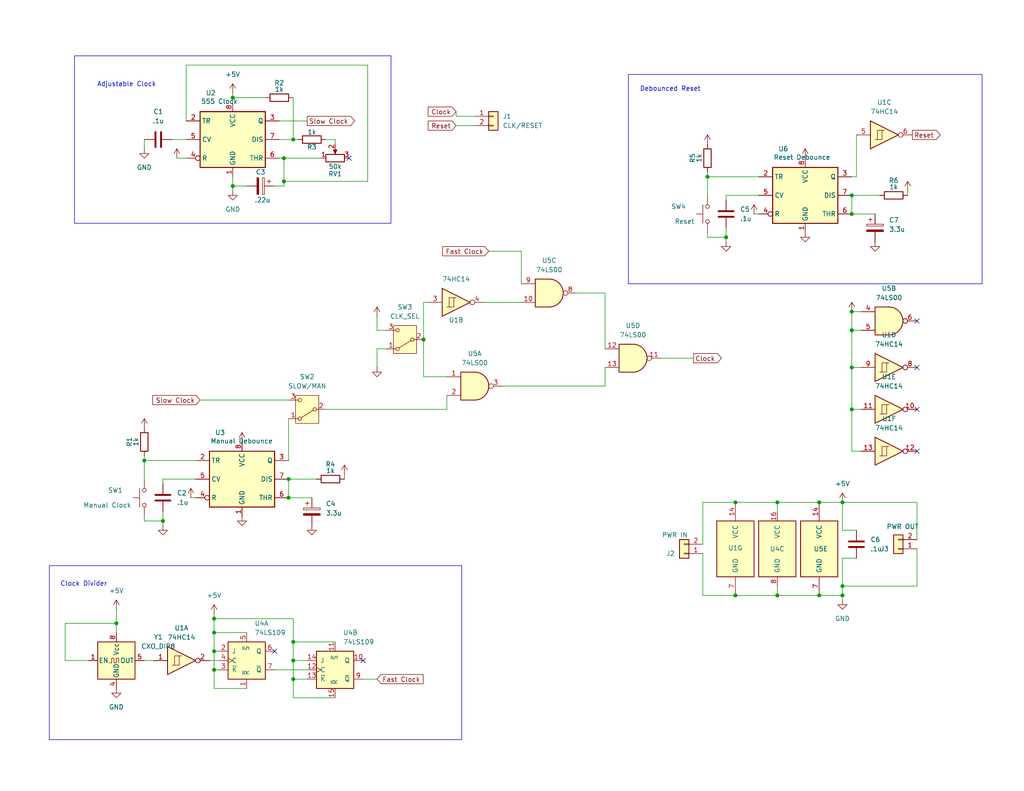
<source format=kicad_sch>
(kicad_sch (version 20250114) (generator "eeschema") (generator_version "9.0")
  (paper "A")
  (title_block (title "Homebrew Computer Clock Module") (date "2025-11-16") (rev "4"))
  (lib_symbols
    (symbol "74xx:74HC14" (pin_names (offset 1.016))
      (property "Reference" "U" (at 0 1.27 0))
      (property "Value" "74HC14" (at 0 -1.27 0))
      (symbol "74HC14_1_0"
        (polyline (pts (xy -3.81 3.81) (xy -3.81 -3.81) (xy 3.81 0) (xy -3.81 3.81)) (stroke (width 0.254)) (fill (type background)))
        (pin input line (at -7.62 0 0) (length 3.81) (name "~") (number "1"))
        (pin output inverted (at 7.62 0 180) (length 3.81) (name "~") (number "2"))
      )
      (symbol "74HC14_1_1"
        (polyline (pts (xy -2.54 -1.27) (xy -0.635 -1.27) (xy -0.635 1.27) (xy 0 1.27)))
        (polyline (pts (xy -1.905 -1.27) (xy -1.905 1.27) (xy -0.635 1.27)))
      )
      (symbol "74HC14_2_0"
        (polyline (pts (xy -3.81 3.81) (xy -3.81 -3.81) (xy 3.81 0) (xy -3.81 3.81)) (stroke (width 0.254)) (fill (type background)))
        (pin input line (at -7.62 0 0) (length 3.81) (name "~") (number "3"))
        (pin output inverted (at 7.62 0 180) (length 3.81) (name "~") (number "4"))
      )
      (symbol "74HC14_2_1"
        (polyline (pts (xy -2.54 -1.27) (xy -0.635 -1.27) (xy -0.635 1.27) (xy 0 1.27)))
        (polyline (pts (xy -1.905 -1.27) (xy -1.905 1.27) (xy -0.635 1.27)))
      )
      (symbol "74HC14_3_0"
        (polyline (pts (xy -3.81 3.81) (xy -3.81 -3.81) (xy 3.81 0) (xy -3.81 3.81)) (stroke (width 0.254)) (fill (type background)))
        (pin input line (at -7.62 0 0) (length 3.81) (name "~") (number "5"))
        (pin output inverted (at 7.62 0 180) (length 3.81) (name "~") (number "6"))
      )
      (symbol "74HC14_3_1"
        (polyline (pts (xy -2.54 -1.27) (xy -0.635 -1.27) (xy -0.635 1.27) (xy 0 1.27)))
        (polyline (pts (xy -1.905 -1.27) (xy -1.905 1.27) (xy -0.635 1.27)))
      )
      (symbol "74HC14_4_0"
        (polyline (pts (xy -3.81 3.81) (xy -3.81 -3.81) (xy 3.81 0) (xy -3.81 3.81)) (stroke (width 0.254)) (fill (type background)))
        (pin input line (at -7.62 0 0) (length 3.81) (name "~") (number "9"))
        (pin output inverted (at 7.62 0 180) (length 3.81) (name "~") (number "8"))
      )
      (symbol "74HC14_4_1"
        (polyline (pts (xy -2.54 -1.27) (xy -0.635 -1.27) (xy -0.635 1.27) (xy 0 1.27)))
        (polyline (pts (xy -1.905 -1.27) (xy -1.905 1.27) (xy -0.635 1.27)))
      )
      (symbol "74HC14_5_0"
        (polyline (pts (xy -3.81 3.81) (xy -3.81 -3.81) (xy 3.81 0) (xy -3.81 3.81)) (stroke (width 0.254)) (fill (type background)))
        (pin input line (at -7.62 0 0) (length 3.81) (name "~") (number "11"))
        (pin output inverted (at 7.62 0 180) (length 3.81) (name "~") (number "10"))
      )
      (symbol "74HC14_5_1"
        (polyline (pts (xy -2.54 -1.27) (xy -0.635 -1.27) (xy -0.635 1.27) (xy 0 1.27)))
        (polyline (pts (xy -1.905 -1.27) (xy -1.905 1.27) (xy -0.635 1.27)))
      )
      (symbol "74HC14_6_0"
        (polyline (pts (xy -3.81 3.81) (xy -3.81 -3.81) (xy 3.81 0) (xy -3.81 3.81)) (stroke (width 0.254)) (fill (type background)))
        (pin input line (at -7.62 0 0) (length 3.81) (name "~") (number "13"))
        (pin output inverted (at 7.62 0 180) (length 3.81) (name "~") (number "12"))
      )
      (symbol "74HC14_6_1"
        (polyline (pts (xy -2.54 -1.27) (xy -0.635 -1.27) (xy -0.635 1.27) (xy 0 1.27)))
        (polyline (pts (xy -1.905 -1.27) (xy -1.905 1.27) (xy -0.635 1.27)))
      )
      (symbol "74HC14_7_0"
        (pin power_in line (at 0 12.7 270) (length 5.08) (name "VCC") (number "14"))
        (pin power_in line (at 0 -12.7 90) (length 5.08) (name "GND") (number "7"))
      )
      (symbol "74HC14_7_1"
        (rectangle (start -5.08 7.62) (end 5.08 -7.62) (stroke (width 0.254)) (fill (type background)))
      )
    )
    (symbol "74xx:74LS00" (pin_names (offset 1.016))
      (property "Reference" "U" (at 0 1.27 0))
      (property "Value" "74LS00" (at 0 -1.27 0))
      (symbol "74LS00_1_1"
        (arc (start 0 3.81) (mid 3.7934 0) (end 0 -3.81) (stroke (width 0.254)) (fill (type background)))
        (polyline (pts (xy 0 3.81) (xy -3.81 3.81) (xy -3.81 -3.81) (xy 0 -3.81)) (stroke (width 0.254)) (fill (type background)))
        (pin input line (at -7.62 2.54 0) (length 3.81) (name "~") (number "1"))
        (pin input line (at -7.62 -2.54 0) (length 3.81) (name "~") (number "2"))
        (pin output inverted (at 7.62 0 180) (length 3.81) (name "~") (number "3"))
      )
      (symbol "74LS00_1_2"
        (arc (start -3.81 3.81) (mid -2.589 0) (end -3.81 -3.81) (stroke (width 0.254)))
        (polyline (pts (xy -3.81 3.81) (xy -0.635 3.81)) (stroke (width 0.254)) (fill (type background)))
        (polyline (pts (xy -3.81 -3.81) (xy -0.635 -3.81)) (stroke (width 0.254)) (fill (type background)))
        (arc (start 3.81 0) (mid 2.1855 -2.584) (end -0.6096 -3.81) (stroke (width 0.254)) (fill (type background)))
        (arc (start -0.6096 3.81) (mid 2.1928 2.5924) (end 3.81 0) (stroke (width 0.254)) (fill (type background)))
        (polyline (pts (xy -0.635 3.81) (xy -3.81 3.81) (xy -3.81 3.81) (xy -3.556 3.4036) (xy -3.0226 2.2606) (xy -2.6924 1.0414) (xy -2.6162 -0.254) (xy -2.7686 -1.4986) (xy -3.175 -2.7178) (xy -3.81 -3.81) (xy -3.81 -3.81) (xy -0.635 -3.81)) (stroke (width -25.4)) (fill (type background)))
        (pin input inverted (at -7.62 2.54 0) (length 4.318) (name "~") (number "1"))
        (pin input inverted (at -7.62 -2.54 0) (length 4.318) (name "~") (number "2"))
        (pin output line (at 7.62 0 180) (length 3.81) (name "~") (number "3"))
      )
      (symbol "74LS00_2_1"
        (arc (start 0 3.81) (mid 3.7934 0) (end 0 -3.81) (stroke (width 0.254)) (fill (type background)))
        (polyline (pts (xy 0 3.81) (xy -3.81 3.81) (xy -3.81 -3.81) (xy 0 -3.81)) (stroke (width 0.254)) (fill (type background)))
        (pin input line (at -7.62 2.54 0) (length 3.81) (name "~") (number "4"))
        (pin input line (at -7.62 -2.54 0) (length 3.81) (name "~") (number "5"))
        (pin output inverted (at 7.62 0 180) (length 3.81) (name "~") (number "6"))
      )
      (symbol "74LS00_2_2"
        (arc (start -3.81 3.81) (mid -2.589 0) (end -3.81 -3.81) (stroke (width 0.254)))
        (polyline (pts (xy -3.81 3.81) (xy -0.635 3.81)) (stroke (width 0.254)) (fill (type background)))
        (polyline (pts (xy -3.81 -3.81) (xy -0.635 -3.81)) (stroke (width 0.254)) (fill (type background)))
        (arc (start 3.81 0) (mid 2.1855 -2.584) (end -0.6096 -3.81) (stroke (width 0.254)) (fill (type background)))
        (arc (start -0.6096 3.81) (mid 2.1928 2.5924) (end 3.81 0) (stroke (width 0.254)) (fill (type background)))
        (polyline (pts (xy -0.635 3.81) (xy -3.81 3.81) (xy -3.81 3.81) (xy -3.556 3.4036) (xy -3.0226 2.2606) (xy -2.6924 1.0414) (xy -2.6162 -0.254) (xy -2.7686 -1.4986) (xy -3.175 -2.7178) (xy -3.81 -3.81) (xy -3.81 -3.81) (xy -0.635 -3.81)) (stroke (width -25.4)) (fill (type background)))
        (pin input inverted (at -7.62 2.54 0) (length 4.318) (name "~") (number "4"))
        (pin input inverted (at -7.62 -2.54 0) (length 4.318) (name "~") (number "5"))
        (pin output line (at 7.62 0 180) (length 3.81) (name "~") (number "6"))
      )
      (symbol "74LS00_3_1"
        (arc (start 0 3.81) (mid 3.7934 0) (end 0 -3.81) (stroke (width 0.254)) (fill (type background)))
        (polyline (pts (xy 0 3.81) (xy -3.81 3.81) (xy -3.81 -3.81) (xy 0 -3.81)) (stroke (width 0.254)) (fill (type background)))
        (pin input line (at -7.62 2.54 0) (length 3.81) (name "~") (number "9"))
        (pin input line (at -7.62 -2.54 0) (length 3.81) (name "~") (number "10"))
        (pin output inverted (at 7.62 0 180) (length 3.81) (name "~") (number "8"))
      )
      (symbol "74LS00_3_2"
        (arc (start -3.81 3.81) (mid -2.589 0) (end -3.81 -3.81) (stroke (width 0.254)))
        (polyline (pts (xy -3.81 3.81) (xy -0.635 3.81)) (stroke (width 0.254)) (fill (type background)))
        (polyline (pts (xy -3.81 -3.81) (xy -0.635 -3.81)) (stroke (width 0.254)) (fill (type background)))
        (arc (start 3.81 0) (mid 2.1855 -2.584) (end -0.6096 -3.81) (stroke (width 0.254)) (fill (type background)))
        (arc (start -0.6096 3.81) (mid 2.1928 2.5924) (end 3.81 0) (stroke (width 0.254)) (fill (type background)))
        (polyline (pts (xy -0.635 3.81) (xy -3.81 3.81) (xy -3.81 3.81) (xy -3.556 3.4036) (xy -3.0226 2.2606) (xy -2.6924 1.0414) (xy -2.6162 -0.254) (xy -2.7686 -1.4986) (xy -3.175 -2.7178) (xy -3.81 -3.81) (xy -3.81 -3.81) (xy -0.635 -3.81)) (stroke (width -25.4)) (fill (type background)))
        (pin input inverted (at -7.62 2.54 0) (length 4.318) (name "~") (number "9"))
        (pin input inverted (at -7.62 -2.54 0) (length 4.318) (name "~") (number "10"))
        (pin output line (at 7.62 0 180) (length 3.81) (name "~") (number "8"))
      )
      (symbol "74LS00_4_1"
        (arc (start 0 3.81) (mid 3.7934 0) (end 0 -3.81) (stroke (width 0.254)) (fill (type background)))
        (polyline (pts (xy 0 3.81) (xy -3.81 3.81) (xy -3.81 -3.81) (xy 0 -3.81)) (stroke (width 0.254)) (fill (type background)))
        (pin input line (at -7.62 2.54 0) (length 3.81) (name "~") (number "12"))
        (pin input line (at -7.62 -2.54 0) (length 3.81) (name "~") (number "13"))
        (pin output inverted (at 7.62 0 180) (length 3.81) (name "~") (number "11"))
      )
      (symbol "74LS00_4_2"
        (arc (start -3.81 3.81) (mid -2.589 0) (end -3.81 -3.81) (stroke (width 0.254)))
        (polyline (pts (xy -3.81 3.81) (xy -0.635 3.81)) (stroke (width 0.254)) (fill (type background)))
        (polyline (pts (xy -3.81 -3.81) (xy -0.635 -3.81)) (stroke (width 0.254)) (fill (type background)))
        (arc (start 3.81 0) (mid 2.1855 -2.584) (end -0.6096 -3.81) (stroke (width 0.254)) (fill (type background)))
        (arc (start -0.6096 3.81) (mid 2.1928 2.5924) (end 3.81 0) (stroke (width 0.254)) (fill (type background)))
        (polyline (pts (xy -0.635 3.81) (xy -3.81 3.81) (xy -3.81 3.81) (xy -3.556 3.4036) (xy -3.0226 2.2606) (xy -2.6924 1.0414) (xy -2.6162 -0.254) (xy -2.7686 -1.4986) (xy -3.175 -2.7178) (xy -3.81 -3.81) (xy -3.81 -3.81) (xy -0.635 -3.81)) (stroke (width -25.4)) (fill (type background)))
        (pin input inverted (at -7.62 2.54 0) (length 4.318) (name "~") (number "12"))
        (pin input inverted (at -7.62 -2.54 0) (length 4.318) (name "~") (number "13"))
        (pin output line (at 7.62 0 180) (length 3.81) (name "~") (number "11"))
      )
      (symbol "74LS00_5_0"
        (pin power_in line (at 0 12.7 270) (length 5.08) (name "VCC") (number "14"))
        (pin power_in line (at 0 -12.7 90) (length 5.08) (name "GND") (number "7"))
      )
      (symbol "74LS00_5_1"
        (rectangle (start -5.08 7.62) (end 5.08 -7.62) (stroke (width 0.254)) (fill (type background)))
      )
    )
    (symbol "74xx:74LS109" (pin_names (offset 1.016))
      (property "Reference" "U" (at -7.62 8.89 0))
      (property "Value" "74LS109" (at -7.62 -8.89 0))
      (symbol "74LS109_1_0"
        (pin input line (at -7.62 2.54 0) (length 2.54) (name "J") (number "2"))
        (pin input clock (at -7.62 0 0) (length 2.54) (name "C") (number "4"))
        (pin input line (at -7.62 -2.54 0) (length 2.54) (name "~{K}") (number "3"))
        (pin input line (at 0 7.62 270) (length 2.54) (name "~{S}") (number "5"))
        (pin input line (at 0 -7.62 90) (length 2.54) (name "~{R}") (number "1"))
        (pin output line (at 7.62 2.54 180) (length 2.54) (name "Q") (number "6"))
        (pin output line (at 7.62 -2.54 180) (length 2.54) (name "~{Q}") (number "7"))
      )
      (symbol "74LS109_1_1"
        (rectangle (start -5.08 5.08) (end 5.08 -5.08) (stroke (width 0.254)) (fill (type background)))
      )
      (symbol "74LS109_2_0"
        (pin input line (at -7.62 2.54 0) (length 2.54) (name "J") (number "14"))
        (pin input clock (at -7.62 0 0) (length 2.54) (name "C") (number "12"))
        (pin input line (at -7.62 -2.54 0) (length 2.54) (name "~{K}") (number "13"))
        (pin input line (at 0 7.62 270) (length 2.54) (name "~{S}") (number "11"))
        (pin input line (at 0 -7.62 90) (length 2.54) (name "~{R}") (number "15"))
        (pin output line (at 7.62 2.54 180) (length 2.54) (name "Q") (number "10"))
        (pin output line (at 7.62 -2.54 180) (length 2.54) (name "~{Q}") (number "9"))
      )
      (symbol "74LS109_2_1"
        (rectangle (start -5.08 5.08) (end 5.08 -5.08) (stroke (width 0.254)) (fill (type background)))
      )
      (symbol "74LS109_3_0"
        (pin power_in line (at 0 10.16 270) (length 2.54) (name "VCC") (number "16"))
        (pin power_in line (at 0 -10.16 90) (length 2.54) (name "GND") (number "8"))
      )
      (symbol "74LS109_3_1"
        (rectangle (start -5.08 7.62) (end 5.08 -7.62) (stroke (width 0.254)) (fill (type background)))
      )
    )
    (symbol "Connector_Generic:Conn_01x02" (pin_names (offset 1.016) (hide yes))
      (property "Reference" "J" (at 0 2.54 0))
      (property "Value" "Conn_01x02" (at 0 -5.08 0))
      (symbol "Conn_01x02_1_1"
        (rectangle (start -1.27 1.27) (end 1.27 -3.81) (stroke (width 0.254)) (fill (type background)))
        (rectangle (start -1.27 0.127) (end 0 -0.127) (stroke (width 0.1524)))
        (rectangle (start -1.27 -2.413) (end 0 -2.667) (stroke (width 0.1524)))
        (pin passive line (at -5.08 0 0) (length 3.81) (name "Pin_1") (number "1"))
        (pin passive line (at -5.08 -2.54 0) (length 3.81) (name "Pin_2") (number "2"))
      )
    )
    (symbol "Device:C" (pin_numbers (hide yes)) (pin_names (offset 0.254))
      (property "Reference" "C" (at 0.635 2.54 0))
      (property "Value" "C" (at 0.635 -2.54 0))
      (symbol "C_0_1"
        (polyline (pts (xy -2.032 0.762) (xy 2.032 0.762)) (stroke (width 0.508)))
        (polyline (pts (xy -2.032 -0.762) (xy 2.032 -0.762)) (stroke (width 0.508)))
      )
      (symbol "C_1_1"
        (pin passive line (at 0 3.81 270) (length 2.794) (name "~") (number "1"))
        (pin passive line (at 0 -3.81 90) (length 2.794) (name "~") (number "2"))
      )
    )
    (symbol "Device:C_Polarized" (pin_numbers (hide yes)) (pin_names (offset 0.254))
      (property "Reference" "C" (at 0.635 2.54 0))
      (property "Value" "C_Polarized" (at 0.635 -2.54 0))
      (symbol "C_Polarized_0_1"
        (rectangle (start -2.286 0.508) (end 2.286 1.016))
        (polyline (pts (xy -1.778 2.286) (xy -0.762 2.286)))
        (polyline (pts (xy -1.27 2.794) (xy -1.27 1.778)))
        (rectangle (start 2.286 -0.508) (end -2.286 -1.016) (fill (type outline)))
      )
      (symbol "C_Polarized_1_1"
        (pin passive line (at 0 3.81 270) (length 2.794) (name "~") (number "1"))
        (pin passive line (at 0 -3.81 90) (length 2.794) (name "~") (number "2"))
      )
    )
    (symbol "Device:R" (pin_numbers (hide yes)) (pin_names (offset 0))
      (property "Reference" "R" (at 2.032 0 90))
      (property "Value" "R" (at 0 0 90))
      (symbol "R_0_1"
        (rectangle (start -1.016 -2.54) (end 1.016 2.54) (stroke (width 0.254)))
      )
      (symbol "R_1_1"
        (pin passive line (at 0 3.81 270) (length 1.27) (name "~") (number "1"))
        (pin passive line (at 0 -3.81 90) (length 1.27) (name "~") (number "2"))
      )
    )
    (symbol "Device:R_Potentiometer" (pin_names (offset 1.016) (hide yes))
      (property "Reference" "RV" (at -4.445 0 90))
      (property "Value" "R_Potentiometer" (at -2.54 0 90))
      (symbol "R_Potentiometer_0_1"
        (rectangle (start 1.016 2.54) (end -1.016 -2.54) (stroke (width 0.254)))
        (polyline (pts (xy 1.143 0) (xy 2.286 0.508) (xy 2.286 -0.508) (xy 1.143 0)) (fill (type outline)))
        (polyline (pts (xy 2.54 0) (xy 1.524 0)))
      )
      (symbol "R_Potentiometer_1_1"
        (pin passive line (at 0 3.81 270) (length 1.27) (name "1") (number "1"))
        (pin passive line (at 0 -3.81 90) (length 1.27) (name "3") (number "3"))
        (pin passive line (at 3.81 0 180) (length 1.27) (name "2") (number "2"))
      )
    )
    (symbol "Oscillator:CXO_DIP8" (pin_names (offset 0.254))
      (property "Reference" "Y" (at -5.08 6.35 0))
      (property "Value" "CXO_DIP8" (at 1.27 -6.35 0))
      (symbol "CXO_DIP8_0_1"
        (rectangle (start -5.08 5.08) (end 5.08 -5.08) (stroke (width 0.254)) (fill (type background)))
        (polyline (pts (xy -1.905 -0.635) (xy -1.27 -0.635) (xy -1.27 0.635) (xy -0.635 0.635) (xy -0.635 -0.635) (xy 0 -0.635) (xy 0 0.635) (xy 0.635 0.635) (xy 0.635 -0.635)))
      )
      (symbol "CXO_DIP8_1_1"
        (pin input line (at -7.62 0 0) (length 2.54) (name "EN") (number "1"))
        (pin power_in line (at 0 7.62 270) (length 2.54) (name "Vcc") (number "8"))
        (pin power_in line (at 0 -7.62 90) (length 2.54) (name "GND") (number "4"))
        (pin output line (at 7.62 0 180) (length 2.54) (name "OUT") (number "5"))
      )
    )
    (symbol "Switch:SW_Push" (pin_numbers (hide yes)) (pin_names (offset 1.016) (hide yes))
      (property "Reference" "SW" (at 1.27 2.54 0))
      (property "Value" "SW_Push" (at 0 -1.524 0))
      (symbol "SW_Push_0_1"
        (circle (center -2.032 0) (radius 0.508))
        (polyline (pts (xy 0 1.27) (xy 0 3.048)))
        (circle (center 2.032 0) (radius 0.508))
        (polyline (pts (xy 2.54 1.27) (xy -2.54 1.27)))
        (pin passive line (at -5.08 0 0) (length 2.54) (name "1") (number "1"))
        (pin passive line (at 5.08 0 180) (length 2.54) (name "2") (number "2"))
      )
    )
    (symbol "Switch:SW_SPDT" (pin_names (offset 0) (hide yes))
      (property "Reference" "SW" (at 0 5.08 0))
      (property "Value" "SW_SPDT" (at 0 -5.08 0))
      (symbol "SW_SPDT_0_1"
        (circle (center -2.032 0) (radius 0.4572))
        (polyline (pts (xy -1.651 0.254) (xy 1.651 2.286)))
        (circle (center 2.032 2.54) (radius 0.4572))
        (circle (center 2.032 -2.54) (radius 0.4572))
      )
      (symbol "SW_SPDT_1_1"
        (rectangle (start -3.175 3.81) (end 3.175 -3.81) (fill (type background)))
        (pin passive line (at -5.08 0 0) (length 2.54) (name "B") (number "2"))
        (pin passive line (at 5.08 2.54 180) (length 2.54) (name "A") (number "1"))
        (pin passive line (at 5.08 -2.54 180) (length 2.54) (name "C") (number "3"))
      )
    )
    (symbol "Timer:NA555P"
      (property "Reference" "U" (at -10.16 8.89 0))
      (property "Value" "NA555P" (at 2.54 8.89 0))
      (symbol "NA555P_0_0"
        (pin power_in line (at 0 10.16 270) (length 2.54) (name "VCC") (number "8"))
        (pin power_in line (at 0 -10.16 90) (length 2.54) (name "GND") (number "1"))
      )
      (symbol "NA555P_0_1"
        (rectangle (start -8.89 -7.62) (end 8.89 7.62) (stroke (width 0.254)) (fill (type background)))
        (rectangle (start -8.89 -7.62) (end 8.89 7.62) (stroke (width 0.254)) (fill (type background)))
      )
      (symbol "NA555P_1_1"
        (pin input line (at -12.7 5.08 0) (length 3.81) (name "TR") (number "2"))
        (pin input line (at -12.7 0 0) (length 3.81) (name "CV") (number "5"))
        (pin input inverted (at -12.7 -5.08 0) (length 3.81) (name "R") (number "4"))
        (pin output line (at 12.7 5.08 180) (length 3.81) (name "Q") (number "3"))
        (pin input line (at 12.7 0 180) (length 3.81) (name "DIS") (number "7"))
        (pin input line (at 12.7 -5.08 180) (length 3.81) (name "THR") (number "6"))
      )
    )
    (symbol "power:+5V" (power) (pin_numbers (hide yes)) (pin_names (offset 0) (hide yes))
      (property "Value" "+5V" (at 0 3.556 0))
      (symbol "+5V_0_1"
        (polyline (pts (xy -0.762 1.27) (xy 0 2.54)))
        (polyline (pts (xy 0 2.54) (xy 0.762 1.27)))
        (polyline (pts (xy 0 0) (xy 0 2.54)))
      )
      (symbol "+5V_1_1"
        (pin power_in line (at 0 0 90) (length 0) (name "~") (number "1"))
      )
    )
    (symbol "power:GND" (power) (pin_numbers (hide yes)) (pin_names (offset 0) (hide yes))
      (property "Value" "GND" (at 0 -3.81 0))
      (symbol "GND_0_1"
        (polyline (pts (xy 0 0) (xy 0 -1.27) (xy 1.27 -1.27) (xy 0 -2.54) (xy -1.27 -1.27) (xy 0 -1.27)))
      )
      (symbol "GND_1_1"
        (pin power_in line (at 0 0 270) (length 0) (name "~") (number "1"))
      )
    )
  )
  (rectangle (start 171.45 20.32) (end 267.97 77.47))
  (rectangle (start 20.32 15.24) (end 106.68 60.96))
  (rectangle (start 13.462 154.432) (end 125.984 201.93))
  (text "Clock Divider" (at 22.86 159.512 0) (effects (font (size 1.27 1.27))))
  (text "Adjustable Clock" (at 34.544 23.114 0) (effects (font (size 1.27 1.27))))
  (text "Debounced Reset" (at 182.88 24.384 0) (effects (font (size 1.27 1.27))))
  (junction (at 232.41 85.09))
  (junction (at 58.42 177.8))
  (junction (at 80.01 180.34))
  (junction (at 229.87 162.56))
  (junction (at 80.01 38.1))
  (junction (at 78.74 130.81))
  (junction (at 200.66 162.56))
  (junction (at 58.42 168.91))
  (junction (at 229.87 137.16))
  (junction (at 58.42 182.88))
  (junction (at 229.87 160.02))
  (junction (at 63.5 26.67))
  (junction (at 77.47 49.53))
  (junction (at 80.01 185.42))
  (junction (at 198.12 64.77))
  (junction (at 77.47 43.18))
  (junction (at 212.09 137.16))
  (junction (at 58.42 172.72))
  (junction (at 31.75 170.18))
  (junction (at 223.52 162.56))
  (junction (at 193.04 48.26))
  (junction (at 232.41 100.33))
  (junction (at 232.41 90.17))
  (junction (at 232.41 58.42))
  (junction (at 80.01 175.26))
  (junction (at 232.41 111.76))
  (junction (at 232.41 53.34))
  (junction (at 78.74 135.89))
  (junction (at 63.5 50.8))
  (junction (at 115.57 92.71))
  (junction (at 200.66 137.16))
  (junction (at 44.45 142.24))
  (junction (at 39.37 125.73))
  (junction (at 212.09 162.56))
  (junction (at 223.52 137.16))
  (no_connect (at 250.19 123.19))
  (no_connect (at 74.93 177.8))
  (no_connect (at 250.19 87.63))
  (no_connect (at 250.19 100.33))
  (no_connect (at 95.25 43.18))
  (no_connect (at 250.19 111.76))
  (no_connect (at 99.06 180.34))
  (wire (pts (xy 80.01 175.26) (xy 80.01 180.34)))
  (wire (pts (xy 229.87 160.02) (xy 250.19 160.02)))
  (wire (pts (xy 52.07 135.89) (xy 53.34 135.89)))
  (wire (pts (xy 198.12 64.77) (xy 198.12 62.23)))
  (wire (pts (xy 78.74 125.73) (xy 78.74 114.3)))
  (wire (pts (xy 74.93 50.8) (xy 77.47 50.8)))
  (wire (pts (xy 44.45 142.24) (xy 44.45 139.7)))
  (wire (pts (xy 76.2 43.18) (xy 77.47 43.18)))
  (wire (pts (xy 232.41 85.09) (xy 232.41 90.17)))
  (wire (pts (xy 58.42 172.72) (xy 67.31 172.72)))
  (wire (pts (xy 232.41 53.34) (xy 240.03 53.34)))
  (wire (pts (xy 129.54 31.75) (xy 124.46 31.75)))
  (wire (pts (xy 250.19 137.16) (xy 250.19 147.32)))
  (wire (pts (xy 39.37 142.24) (xy 44.45 142.24)))
  (wire (pts (xy 191.77 137.16) (xy 191.77 148.59)))
  (wire (pts (xy 59.69 182.88) (xy 58.42 182.88)))
  (wire (pts (xy 50.8 33.02) (xy 50.8 17.78)))
  (wire (pts (xy 58.42 167.64) (xy 58.42 168.91)))
  (wire (pts (xy 58.42 177.8) (xy 59.69 177.8)))
  (wire (pts (xy 198.12 66.04) (xy 198.12 64.77)))
  (wire (pts (xy 212.09 160.02) (xy 212.09 162.56)))
  (wire (pts (xy 124.46 34.29) (xy 129.54 34.29)))
  (wire (pts (xy 232.41 58.42) (xy 238.76 58.42)))
  (wire (pts (xy 223.52 162.56) (xy 229.87 162.56)))
  (wire (pts (xy 232.41 90.17) (xy 232.41 100.33)))
  (wire (pts (xy 234.95 90.17) (xy 232.41 90.17)))
  (wire (pts (xy 205.74 58.42) (xy 207.01 58.42)))
  (wire (pts (xy 232.41 123.19) (xy 232.41 111.76)))
  (wire (pts (xy 93.98 129.54) (xy 93.98 130.81)))
  (wire (pts (xy 207.01 53.34) (xy 198.12 53.34)))
  (wire (pts (xy 102.87 95.25) (xy 102.87 100.33)))
  (wire (pts (xy 48.26 43.18) (xy 50.8 43.18)))
  (wire (pts (xy 39.37 38.1) (xy 39.37 40.64)))
  (wire (pts (xy 44.45 143.51) (xy 44.45 142.24)))
  (wire (pts (xy 234.95 123.19) (xy 232.41 123.19)))
  (wire (pts (xy 24.13 180.34) (xy 17.78 180.34)))
  (wire (pts (xy 191.77 151.13) (xy 191.77 162.56)))
  (wire (pts (xy 77.47 49.53) (xy 100.33 49.53)))
  (wire (pts (xy 91.44 39.37) (xy 91.44 38.1)))
  (wire (pts (xy 223.52 137.16) (xy 229.87 137.16)))
  (wire (pts (xy 91.44 175.26) (xy 80.01 175.26)))
  (wire (pts (xy 191.77 137.16) (xy 200.66 137.16)))
  (wire (pts (xy 232.41 53.34) (xy 232.41 58.42)))
  (wire (pts (xy 39.37 125.73) (xy 39.37 130.81)))
  (wire (pts (xy 250.19 160.02) (xy 250.19 149.86)))
  (wire (pts (xy 229.87 137.16) (xy 229.87 144.78)))
  (wire (pts (xy 46.99 38.1) (xy 50.8 38.1)))
  (wire (pts (xy 191.77 162.56) (xy 200.66 162.56)))
  (wire (pts (xy 207.01 48.26) (xy 193.04 48.26)))
  (wire (pts (xy 39.37 125.73) (xy 39.37 124.46)))
  (wire (pts (xy 102.87 90.17) (xy 105.41 90.17)))
  (wire (pts (xy 193.04 64.77) (xy 198.12 64.77)))
  (wire (pts (xy 165.1 80.01) (xy 157.48 80.01)))
  (wire (pts (xy 63.5 50.8) (xy 63.5 48.26)))
  (wire (pts (xy 53.34 130.81) (xy 44.45 130.81)))
  (wire (pts (xy 193.04 48.26) (xy 193.04 46.99)))
  (wire (pts (xy 44.45 130.81) (xy 44.45 132.08)))
  (wire (pts (xy 80.01 190.5) (xy 91.44 190.5)))
  (wire (pts (xy 180.34 97.79) (xy 189.23 97.79)))
  (wire (pts (xy 102.87 86.36) (xy 102.87 90.17)))
  (wire (pts (xy 200.66 137.16) (xy 212.09 137.16)))
  (wire (pts (xy 78.74 135.89) (xy 85.09 135.89)))
  (wire (pts (xy 198.12 53.34) (xy 198.12 54.61)))
  (wire (pts (xy 232.41 85.09) (xy 234.95 85.09)))
  (wire (pts (xy 83.82 185.42) (xy 80.01 185.42)))
  (wire (pts (xy 229.87 144.78) (xy 233.68 144.78)))
  (wire (pts (xy 63.5 50.8) (xy 67.31 50.8)))
  (wire (pts (xy 229.87 163.83) (xy 229.87 162.56)))
  (wire (pts (xy 80.01 168.91) (xy 58.42 168.91)))
  (wire (pts (xy 63.5 26.67) (xy 63.5 27.94)))
  (wire (pts (xy 132.08 82.55) (xy 142.24 82.55)))
  (wire (pts (xy 115.57 82.55) (xy 116.84 82.55)))
  (wire (pts (xy 115.57 92.71) (xy 115.57 82.55)))
  (wire (pts (xy 233.68 36.83) (xy 233.68 48.26)))
  (wire (pts (xy 232.41 111.76) (xy 232.41 100.33)))
  (wire (pts (xy 78.74 130.81) (xy 86.36 130.81)))
  (wire (pts (xy 63.5 52.07) (xy 63.5 50.8)))
  (wire (pts (xy 77.47 43.18) (xy 77.47 49.53)))
  (wire (pts (xy 80.01 38.1) (xy 81.28 38.1)))
  (wire (pts (xy 58.42 187.96) (xy 58.42 182.88)))
  (wire (pts (xy 76.2 38.1) (xy 80.01 38.1)))
  (wire (pts (xy 91.44 38.1) (xy 88.9 38.1)))
  (wire (pts (xy 234.95 100.33) (xy 232.41 100.33)))
  (wire (pts (xy 31.75 166.37) (xy 31.75 170.18)))
  (wire (pts (xy 17.78 180.34) (xy 17.78 170.18)))
  (wire (pts (xy 57.15 180.34) (xy 59.69 180.34)))
  (wire (pts (xy 63.5 26.67) (xy 72.39 26.67)))
  (wire (pts (xy 229.87 137.16) (xy 250.19 137.16)))
  (wire (pts (xy 115.57 102.87) (xy 115.57 92.71)))
  (wire (pts (xy 39.37 140.97) (xy 39.37 142.24)))
  (wire (pts (xy 212.09 137.16) (xy 212.09 139.7)))
  (wire (pts (xy 124.46 31.75) (xy 124.46 30.48)))
  (wire (pts (xy 80.01 175.26) (xy 80.01 168.91)))
  (wire (pts (xy 233.68 48.26) (xy 232.41 48.26)))
  (wire (pts (xy 105.41 95.25) (xy 102.87 95.25)))
  (wire (pts (xy 137.16 105.41) (xy 165.1 105.41)))
  (wire (pts (xy 67.31 187.96) (xy 58.42 187.96)))
  (wire (pts (xy 229.87 152.4) (xy 233.68 152.4)))
  (wire (pts (xy 247.65 52.07) (xy 247.65 53.34)))
  (wire (pts (xy 232.41 111.76) (xy 234.95 111.76)))
  (wire (pts (xy 165.1 95.25) (xy 165.1 80.01)))
  (wire (pts (xy 17.78 170.18) (xy 31.75 170.18)))
  (wire (pts (xy 63.5 25.4) (xy 63.5 26.67)))
  (wire (pts (xy 80.01 185.42) (xy 80.01 190.5)))
  (wire (pts (xy 142.24 68.58) (xy 142.24 77.47)))
  (wire (pts (xy 80.01 26.67) (xy 80.01 38.1)))
  (wire (pts (xy 229.87 152.4) (xy 229.87 160.02)))
  (wire (pts (xy 80.01 180.34) (xy 80.01 185.42)))
  (wire (pts (xy 212.09 137.16) (xy 223.52 137.16)))
  (wire (pts (xy 88.9 111.76) (xy 121.92 111.76)))
  (wire (pts (xy 193.04 63.5) (xy 193.04 64.77)))
  (wire (pts (xy 193.04 48.26) (xy 193.04 53.34)))
  (wire (pts (xy 74.93 182.88) (xy 83.82 182.88)))
  (wire (pts (xy 200.66 162.56) (xy 212.09 162.56)))
  (wire (pts (xy 212.09 162.56) (xy 223.52 162.56)))
  (wire (pts (xy 121.92 111.76) (xy 121.92 107.95)))
  (wire (pts (xy 77.47 49.53) (xy 77.47 50.8)))
  (wire (pts (xy 31.75 170.18) (xy 31.75 172.72)))
  (wire (pts (xy 99.06 185.42) (xy 102.87 185.42)))
  (wire (pts (xy 53.34 125.73) (xy 39.37 125.73)))
  (wire (pts (xy 58.42 177.8) (xy 58.42 182.88)))
  (wire (pts (xy 229.87 160.02) (xy 229.87 162.56)))
  (wire (pts (xy 87.63 43.18) (xy 77.47 43.18)))
  (wire (pts (xy 50.8 17.78) (xy 100.33 17.78)))
  (wire (pts (xy 133.35 68.58) (xy 142.24 68.58)))
  (wire (pts (xy 121.92 102.87) (xy 115.57 102.87)))
  (wire (pts (xy 78.74 130.81) (xy 78.74 135.89)))
  (wire (pts (xy 80.01 180.34) (xy 83.82 180.34)))
  (wire (pts (xy 76.2 33.02) (xy 83.82 33.02)))
  (wire (pts (xy 58.42 168.91) (xy 58.42 172.72)))
  (wire (pts (xy 100.33 17.78) (xy 100.33 49.53)))
  (wire (pts (xy 54.61 109.22) (xy 78.74 109.22)))
  (wire (pts (xy 58.42 172.72) (xy 58.42 177.8)))
  (wire (pts (xy 165.1 105.41) (xy 165.1 100.33)))
  (wire (pts (xy 39.37 180.34) (xy 41.91 180.34)))
  (global_label "Reset" (shape output) (at 248.92 36.83 0) (property "Intersheetrefs" "${INTERSHEET_REFS}" (effects (hide yes))))
  (global_label "Slow Clock" (shape input) (at 54.61 109.22 180) (property "Intersheetrefs" "${INTERSHEET_REFS}" (effects (hide yes))))
  (global_label "Slow Clock" (shape output) (at 83.82 33.02 0) (property "Intersheetrefs" "${INTERSHEET_REFS}" (effects (hide yes))))
  (global_label "Clock" (shape output) (at 189.23 97.79 0) (property "Intersheetrefs" "${INTERSHEET_REFS}" (effects (hide yes))))
  (global_label "Fast Clock" (shape input) (at 102.87 185.42 0) (property "Intersheetrefs" "${INTERSHEET_REFS}" (effects (hide yes))))
  (global_label "Clock" (shape input) (at 124.46 30.48 180) (property "Intersheetrefs" "${INTERSHEET_REFS}" (effects (hide yes))))
  (global_label "Fast Clock" (shape input) (at 133.35 68.58 180) (property "Intersheetrefs" "${INTERSHEET_REFS}" (effects (hide yes))))
  (global_label "Reset" (shape input) (at 124.46 34.29 180) (property "Intersheetrefs" "${INTERSHEET_REFS}" (effects (hide yes))))
  (symbol (lib_id "Switch:SW_SPDT") (at 83.82 111.76 180) (unit 1)
    (property "Reference" "SW2" (at 83.82 102.87 0))
    (property "Value" "SLOW/MAN" (at 83.82 105.41 0))
    (property "Footprint" "Button_Switch_THT:SW_Slide-03_Wuerth-WS-SLTV_10x2.5x6.4_P2.54mm" (effects (hide yes)))
    (property "Description" "Switch, single pole double throw" (effects (hide yes)))
  )
  (symbol (lib_id "Device:C") (at 43.18 38.1 270) (unit 1)
    (property "Reference" "C1" (at 43.18 30.48 90))
    (property "Value" ".1u" (at 43.18 33.02 90))
    (property "Footprint" "Capacitor_THT:C_Disc_D3.0mm_W1.6mm_P2.50mm" (effects (hide yes)))
    (property "Description" "Unpolarized capacitor" (effects (hide yes)))
  )
  (symbol (lib_id "Device:R") (at 193.04 43.18 180) (unit 1)
    (property "Reference" "R5" (at 188.976 43.18 90))
    (property "Value" "1k" (at 190.754 43.18 90))
    (property "Footprint" "Resistor_THT:R_Axial_DIN0207_L6.3mm_D2.5mm_P7.62mm_Horizontal" (effects (hide yes)))
    (property "Description" "Resistor" (effects (hide yes)))
  )
  (symbol (lib_id "Device:C_Polarized") (at 71.12 50.8 270) (unit 1)
    (property "Reference" "C3" (at 71.12 46.99 90))
    (property "Value" ".22u" (at 71.628 54.61 90))
    (property "Footprint" "Capacitor_THT:CP_Radial_D4.0mm_P2.00mm" (effects (hide yes)))
    (property "Description" "Polarized capacitor" (effects (hide yes)))
  )
  (symbol (lib_id "power:+5V") (at 31.75 166.37 0) (unit 1)
    (property "Reference" "#PWR01" (effects (hide yes)))
    (property "Value" "+5V" (at 31.75 161.29 0))
    (property "Description" "Power symbol creates a global label with name \"+5V\"" (effects (hide yes)))
  )
  (symbol (lib_id "Device:C") (at 198.12 58.42 0) (unit 1)
    (property "Reference" "C5" (at 201.93 57.1499 0) (effects (justify left)))
    (property "Value" ".1u" (at 201.93 59.6899 0) (effects (justify left)))
    (property "Footprint" "Capacitor_THT:C_Disc_D3.0mm_W1.6mm_P2.50mm" (effects (hide yes)))
    (property "Description" "Unpolarized capacitor" (effects (hide yes)))
  )
  (symbol (lib_id "74xx:74HC14") (at 242.57 111.76 0) (unit 5)
    (property "Reference" "U1" (at 242.57 102.87 0))
    (property "Value" "74HC14" (at 242.57 105.41 0))
    (property "Footprint" "Package_DIP:DIP-14_W7.62mm_Socket" (effects (hide yes)))
    (property "Datasheet" "http://www.ti.com/lit/gpn/sn74HC14" (effects (hide yes)))
    (property "Description" "Hex inverter schmitt trigger" (effects (hide yes)))
  )
  (symbol (lib_id "power:+5V") (at 205.74 58.42 0) (unit 1)
    (property "Reference" "#PWR019" (effects (hide yes)))
    (property "Value" "+5V" (effects (hide yes)))
    (property "Description" "Power symbol creates a global label with name \"+5V\"" (effects (hide yes)))
  )
  (symbol (lib_id "power:+5V") (at 219.71 43.18 0) (unit 1)
    (property "Reference" "#PWR020" (effects (hide yes)))
    (property "Value" "+5V" (effects (hide yes)))
    (property "Description" "Power symbol creates a global label with name \"+5V\"" (effects (hide yes)))
  )
  (symbol (lib_id "Oscillator:CXO_DIP8") (at 31.75 180.34 0) (unit 1)
    (property "Reference" "Y1" (at 43.18 173.9198 0))
    (property "Value" "CXO_DIP8" (at 43.18 176.4598 0))
    (property "Footprint" "Oscillator:Oscillator_DIP-8" (effects (hide yes)))
    (property "Datasheet" "http://cdn-reichelt.de/documents/datenblatt/B400/OSZI.pdf" (effects (hide yes)))
    (property "Description" "Crystal Clock Oscillator, DIP8-style metal package" (effects (hide yes)))
  )
  (symbol (lib_id "power:+5V") (at 232.41 85.09 0) (unit 1)
    (property "Reference" "#PWR024" (effects (hide yes)))
    (property "Value" "+5V" (effects (hide yes)))
    (property "Description" "Power symbol creates a global label with name \"+5V\"" (effects (hide yes)))
  )
  (symbol (lib_id "power:+5V") (at 63.5 25.4 0) (unit 1)
    (property "Reference" "#PWR09" (effects (hide yes)))
    (property "Value" "+5V" (at 63.5 20.32 0))
    (property "Description" "Power symbol creates a global label with name \"+5V\"" (effects (hide yes)))
  )
  (symbol (lib_id "74xx:74LS00") (at 242.57 87.63 0) (unit 2)
    (property "Reference" "U5" (at 242.5617 78.74 0))
    (property "Value" "74LS00" (at 242.5617 81.28 0))
    (property "Footprint" "Package_DIP:DIP-14_W7.62mm_Socket" (effects (hide yes)))
    (property "Datasheet" "http://www.ti.com/lit/gpn/sn74ls00" (effects (hide yes)))
    (property "Description" "quad 2-input NAND gate" (effects (hide yes)))
  )
  (symbol (lib_id "74xx:74LS00") (at 149.86 80.01 0) (unit 3)
    (property "Reference" "U5" (at 149.8517 71.12 0))
    (property "Value" "74LS00" (at 149.8517 73.66 0))
    (property "Footprint" "Package_DIP:DIP-14_W7.62mm_Socket" (effects (hide yes)))
    (property "Datasheet" "http://www.ti.com/lit/gpn/sn74ls00" (effects (hide yes)))
    (property "Description" "quad 2-input NAND gate" (effects (hide yes)))
  )
  (symbol (lib_id "74xx:74LS00") (at 129.54 105.41 0) (unit 1)
    (property "Reference" "U5" (at 129.5317 96.52 0))
    (property "Value" "74LS00" (at 129.5317 99.06 0))
    (property "Footprint" "Package_DIP:DIP-14_W7.62mm_Socket" (effects (hide yes)))
    (property "Datasheet" "http://www.ti.com/lit/gpn/sn74ls00" (effects (hide yes)))
    (property "Description" "quad 2-input NAND gate" (effects (hide yes)))
  )
  (symbol (lib_id "Device:R") (at 243.84 53.34 90) (unit 1)
    (property "Reference" "R6" (at 243.84 49.276 90))
    (property "Value" "1k" (at 243.84 51.054 90))
    (property "Footprint" "Resistor_THT:R_Axial_DIN0207_L6.3mm_D2.5mm_P7.62mm_Horizontal" (effects (hide yes)))
    (property "Description" "Resistor" (effects (hide yes)))
  )
  (symbol (lib_id "power:GND") (at 102.87 100.33 0) (unit 1)
    (property "Reference" "#PWR016" (effects (hide yes)))
    (property "Value" "GND" (effects (hide yes)))
    (property "Description" "Power symbol creates a global label with name \"GND\" , ground" (effects (hide yes)))
  )
  (symbol (lib_id "Device:R") (at 90.17 130.81 90) (unit 1)
    (property "Reference" "R4" (at 90.17 126.746 90))
    (property "Value" "1k" (at 90.17 128.524 90))
    (property "Footprint" "Resistor_THT:R_Axial_DIN0207_L6.3mm_D2.5mm_P7.62mm_Horizontal" (effects (hide yes)))
    (property "Description" "Resistor" (effects (hide yes)))
  )
  (symbol (lib_id "74xx:74LS109") (at 67.31 180.34 0) (unit 1)
    (property "Reference" "U4" (at 69.4533 170.18 0) (effects (justify left)))
    (property "Value" "74LS109" (at 69.4533 172.72 0) (effects (justify left)))
    (property "Footprint" "Package_DIP:DIP-16_W7.62mm_Socket" (effects (hide yes)))
    (property "Datasheet" "http://www.ti.com/lit/gpn/sn74LS109" (effects (hide yes)))
    (property "Description" "Dual JK Flip-Flop, Set & Reset" (effects (hide yes)))
  )
  (symbol (lib_id "power:+5V") (at 229.87 137.16 0) (unit 1)
    (property "Reference" "#PWR022" (effects (hide yes)))
    (property "Value" "+5V" (at 229.87 132.08 0))
    (property "Description" "Power symbol creates a global label with name \"+5V\"" (effects (hide yes)))
  )
  (symbol (lib_id "Connector_Generic:Conn_01x02") (at 134.62 31.75 0) (unit 1)
    (property "Reference" "J1" (at 137.16 31.7499 0) (effects (justify left)))
    (property "Value" "CLK/RESET" (at 137.16 34.2899 0) (effects (justify left)))
    (property "Footprint" "Connector_PinHeader_2.54mm:PinHeader_1x02_P2.54mm_Vertical" (effects (hide yes)))
    (property "Description" "Generic connector, single row, 01x02, script generated (kicad-library-utils/schlib/autogen/connector/)" (effects (hide yes)))
  )
  (symbol (lib_id "power:+5V") (at 66.04 120.65 0) (unit 1)
    (property "Reference" "#PWR011" (effects (hide yes)))
    (property "Value" "+5V" (effects (hide yes)))
    (property "Description" "Power symbol creates a global label with name \"+5V\"" (effects (hide yes)))
  )
  (symbol (lib_id "power:+5V") (at 39.37 116.84 0) (unit 1)
    (property "Reference" "#PWR04" (effects (hide yes)))
    (property "Value" "+5V" (effects (hide yes)))
    (property "Description" "Power symbol creates a global label with name \"+5V\"" (effects (hide yes)))
  )
  (symbol (lib_id "74xx:74LS00") (at 172.72 97.79 0) (unit 4)
    (property "Reference" "U5" (at 172.7117 88.9 0))
    (property "Value" "74LS00" (at 172.7117 91.44 0))
    (property "Footprint" "Package_DIP:DIP-14_W7.62mm_Socket" (effects (hide yes)))
    (property "Datasheet" "http://www.ti.com/lit/gpn/sn74ls00" (effects (hide yes)))
    (property "Description" "quad 2-input NAND gate" (effects (hide yes)))
  )
  (symbol (lib_id "Device:R") (at 85.09 38.1 90) (unit 1)
    (property "Reference" "R3" (at 85.09 40.132 90))
    (property "Value" "1k" (at 85.09 36.068 90))
    (property "Footprint" "Resistor_THT:R_Axial_DIN0207_L6.3mm_D2.5mm_P7.62mm_Horizontal" (effects (hide yes)))
    (property "Description" "Resistor" (effects (hide yes)))
  )
  (symbol (lib_id "Switch:SW_Push") (at 39.37 135.89 90) (unit 1)
    (property "Reference" "SW1" (at 33.528 133.858 90) (effects (justify left)))
    (property "Value" "Manual Clock" (at 35.814 137.922 90) (effects (justify left)))
    (property "Footprint" "Button_Switch_THT:SW_PUSH_6mm" (effects (hide yes)))
    (property "Description" "Push button switch, generic, two pins" (effects (hide yes)))
  )
  (symbol (lib_id "power:+5V") (at 58.42 167.64 0) (unit 1)
    (property "Reference" "#PWR08" (effects (hide yes)))
    (property "Value" "+5V" (at 58.42 162.56 0))
    (property "Description" "Power symbol creates a global label with name \"+5V\"" (effects (hide yes)))
  )
  (symbol (lib_id "Device:R_Potentiometer") (at 91.44 43.18 90) (unit 1)
    (property "Reference" "RV1" (at 91.44 47.498 90))
    (property "Value" "50k" (at 91.44 45.466 90))
    (property "Footprint" "Potentiometer_THT:Potentiometer_Vishay_T7-YA_Single_Vertical" (effects (hide yes)))
    (property "Description" "Potentiometer" (effects (hide yes)))
  )
  (symbol (lib_id "power:GND") (at 44.45 143.51 0) (unit 1)
    (property "Reference" "#PWR05" (effects (hide yes)))
    (property "Value" "GND" (effects (hide yes)))
    (property "Description" "Power symbol creates a global label with name \"GND\" , ground" (effects (hide yes)))
  )
  (symbol (lib_id "74xx:74HC14") (at 242.57 123.19 0) (unit 6)
    (property "Reference" "U1" (at 242.57 114.3 0))
    (property "Value" "74HC14" (at 242.57 116.84 0))
    (property "Footprint" "Package_DIP:DIP-14_W7.62mm_Socket" (effects (hide yes)))
    (property "Datasheet" "http://www.ti.com/lit/gpn/sn74HC14" (effects (hide yes)))
    (property "Description" "Hex inverter schmitt trigger" (effects (hide yes)))
  )
  (symbol (lib_id "74xx:74HC14") (at 200.66 149.86 0) (unit 7)
    (property "Reference" "U1" (at 198.628 149.606 0) (effects (justify left)))
    (property "Value" "74HC14" (effects (hide yes)))
    (property "Footprint" "Package_DIP:DIP-14_W7.62mm_Socket" (effects (hide yes)))
    (property "Datasheet" "http://www.ti.com/lit/gpn/sn74HC14" (effects (hide yes)))
    (property "Description" "Hex inverter schmitt trigger" (effects (hide yes)))
  )
  (symbol (lib_id "74xx:74HC14") (at 241.3 36.83 0) (unit 3)
    (property "Reference" "U1" (at 241.3 27.94 0))
    (property "Value" "74HC14" (at 241.3 30.48 0))
    (property "Footprint" "Package_DIP:DIP-14_W7.62mm_Socket" (effects (hide yes)))
    (property "Datasheet" "http://www.ti.com/lit/gpn/sn74HC14" (effects (hide yes)))
    (property "Description" "Hex inverter schmitt trigger" (effects (hide yes)))
  )
  (symbol (lib_id "74xx:74HC14") (at 242.57 100.33 0) (unit 4)
    (property "Reference" "U1" (at 242.57 91.44 0))
    (property "Value" "74HC14" (at 242.57 93.98 0))
    (property "Footprint" "Package_DIP:DIP-14_W7.62mm_Socket" (effects (hide yes)))
    (property "Datasheet" "http://www.ti.com/lit/gpn/sn74HC14" (effects (hide yes)))
    (property "Description" "Hex inverter schmitt trigger" (effects (hide yes)))
  )
  (symbol (lib_id "power:+5V") (at 93.98 129.54 0) (unit 1)
    (property "Reference" "#PWR014" (effects (hide yes)))
    (property "Value" "+5V" (effects (hide yes)))
    (property "Description" "Power symbol creates a global label with name \"+5V\"" (effects (hide yes)))
  )
  (symbol (lib_id "power:+5V") (at 247.65 52.07 0) (unit 1)
    (property "Reference" "#PWR026" (effects (hide yes)))
    (property "Value" "+5V" (effects (hide yes)))
    (property "Description" "Power symbol creates a global label with name \"+5V\"" (effects (hide yes)))
  )
  (symbol (lib_id "power:GND") (at 229.87 163.83 0) (unit 1)
    (property "Reference" "#PWR023" (effects (hide yes)))
    (property "Value" "GND" (at 229.87 168.91 0))
    (property "Description" "Power symbol creates a global label with name \"GND\" , ground" (effects (hide yes)))
  )
  (symbol (lib_id "Device:C_Polarized") (at 85.09 139.7 0) (unit 1)
    (property "Reference" "C4" (at 88.9 137.5409 0) (effects (justify left)))
    (property "Value" "3.3u" (at 88.9 140.0809 0) (effects (justify left)))
    (property "Footprint" "Capacitor_THT:CP_Radial_D4.0mm_P2.00mm" (effects (hide yes)))
    (property "Description" "Polarized capacitor" (effects (hide yes)))
  )
  (symbol (lib_id "power:+5V") (at 52.07 135.89 0) (unit 1)
    (property "Reference" "#PWR07" (effects (hide yes)))
    (property "Value" "+5V" (effects (hide yes)))
    (property "Description" "Power symbol creates a global label with name \"+5V\"" (effects (hide yes)))
  )
  (symbol (lib_id "74xx:74HC14") (at 124.46 82.55 0) (unit 2)
    (property "Reference" "U1" (at 124.46 87.376 0))
    (property "Value" "74HC14" (at 124.46 76.2 0))
    (property "Footprint" "Package_DIP:DIP-14_W7.62mm_Socket" (effects (hide yes)))
    (property "Datasheet" "http://www.ti.com/lit/gpn/sn74HC14" (effects (hide yes)))
    (property "Description" "Hex inverter schmitt trigger" (effects (hide yes)))
  )
  (symbol (lib_id "Timer:NA555P") (at 219.71 53.34 0) (unit 1)
    (property "Reference" "U6" (at 212.344 40.64 0) (effects (justify left)))
    (property "Value" "Reset Debounce" (at 211.074 42.926 0) (effects (justify left)))
    (property "Footprint" "Package_DIP:DIP-8_W7.62mm_Socket" (effects (hide yes)))
    (property "Datasheet" "http://www.ti.com/lit/ds/symlink/ne555.pdf" (effects (hide yes)))
    (property "Description" "Precision Timers, 555 compatible, PDIP-8" (effects (hide yes)))
  )
  (symbol (lib_id "Device:C") (at 233.68 148.59 0) (unit 1)
    (property "Reference" "C6" (at 237.49 147.3199 0) (effects (justify left)))
    (property "Value" ".1u" (at 237.49 149.8599 0) (effects (justify left)))
    (property "Footprint" "Capacitor_THT:C_Disc_D3.0mm_W1.6mm_P2.50mm" (effects (hide yes)))
    (property "Description" "Unpolarized capacitor" (effects (hide yes)))
  )
  (symbol (lib_id "power:GND") (at 39.37 40.64 0) (unit 1)
    (property "Reference" "#PWR03" (effects (hide yes)))
    (property "Value" "GND" (at 39.37 45.72 0))
    (property "Description" "Power symbol creates a global label with name \"GND\" , ground" (effects (hide yes)))
  )
  (symbol (lib_id "power:+5V") (at 193.04 39.37 0) (unit 1)
    (property "Reference" "#PWR017" (effects (hide yes)))
    (property "Value" "+5V" (effects (hide yes)))
    (property "Description" "Power symbol creates a global label with name \"+5V\"" (effects (hide yes)))
  )
  (symbol (lib_id "power:GND") (at 198.12 66.04 0) (unit 1)
    (property "Reference" "#PWR018" (effects (hide yes)))
    (property "Value" "GND" (effects (hide yes)))
    (property "Description" "Power symbol creates a global label with name \"GND\" , ground" (effects (hide yes)))
  )
  (symbol (lib_id "Switch:SW_SPDT") (at 110.49 92.71 180) (unit 1)
    (property "Reference" "SW3" (at 110.49 83.82 0))
    (property "Value" "CLK_SEL" (at 110.49 86.36 0))
    (property "Footprint" "Button_Switch_THT:SW_Slide-03_Wuerth-WS-SLTV_10x2.5x6.4_P2.54mm" (effects (hide yes)))
    (property "Description" "Switch, single pole double throw" (effects (hide yes)))
  )
  (symbol (lib_id "Device:C_Polarized") (at 238.76 62.23 0) (unit 1)
    (property "Reference" "C7" (at 242.57 60.0709 0) (effects (justify left)))
    (property "Value" "3.3u" (at 242.57 62.6109 0) (effects (justify left)))
    (property "Footprint" "Capacitor_THT:CP_Radial_D4.0mm_P2.00mm" (effects (hide yes)))
    (property "Description" "Polarized capacitor" (effects (hide yes)))
  )
  (symbol (lib_id "Device:C") (at 44.45 135.89 0) (unit 1)
    (property "Reference" "C2" (at 48.26 134.6199 0) (effects (justify left)))
    (property "Value" ".1u" (at 48.26 137.1599 0) (effects (justify left)))
    (property "Footprint" "Capacitor_THT:C_Disc_D3.0mm_W1.6mm_P2.50mm" (effects (hide yes)))
    (property "Description" "Unpolarized capacitor" (effects (hide yes)))
  )
  (symbol (lib_id "Timer:NA555P") (at 66.04 130.81 0) (unit 1)
    (property "Reference" "U3" (at 58.674 118.11 0) (effects (justify left)))
    (property "Value" "Manual Debounce" (at 57.404 120.396 0) (effects (justify left)))
    (property "Footprint" "Package_DIP:DIP-8_W7.62mm" (effects (hide yes)))
    (property "Datasheet" "http://www.ti.com/lit/ds/symlink/ne555.pdf" (effects (hide yes)))
    (property "Description" "Precision Timers, 555 compatible, PDIP-8" (effects (hide yes)))
  )
  (symbol (lib_id "74xx:74LS109") (at 212.09 149.86 0) (unit 3)
    (property "Reference" "U4" (at 210.058 149.86 0) (effects (justify left)))
    (property "Value" "74LS109" (effects (hide yes)))
    (property "Footprint" "Package_DIP:DIP-16_W7.62mm_Socket" (effects (hide yes)))
    (property "Datasheet" "http://www.ti.com/lit/gpn/sn74LS109" (effects (hide yes)))
    (property "Description" "Dual JK Flip-Flop, Set & Reset" (effects (hide yes)))
  )
  (symbol (lib_id "74xx:74LS109") (at 91.44 182.88 0) (unit 2)
    (property "Reference" "U4" (at 93.5833 172.72 0) (effects (justify left)))
    (property "Value" "74LS109" (at 93.5833 175.26 0) (effects (justify left)))
    (property "Footprint" "Package_DIP:DIP-16_W7.62mm_Socket" (effects (hide yes)))
    (property "Datasheet" "http://www.ti.com/lit/gpn/sn74LS109" (effects (hide yes)))
    (property "Description" "Dual JK Flip-Flop, Set & Reset" (effects (hide yes)))
  )
  (symbol (lib_id "power:GND") (at 219.71 63.5 0) (unit 1)
    (property "Reference" "#PWR021" (effects (hide yes)))
    (property "Value" "GND" (effects (hide yes)))
    (property "Description" "Power symbol creates a global label with name \"GND\" , ground" (effects (hide yes)))
  )
  (symbol (lib_id "Connector_Generic:Conn_01x02") (at 245.11 149.86 180) (unit 1)
    (property "Reference" "J3" (at 242.57 149.8601 0) (effects (justify left)))
    (property "Value" "PWR OUT" (at 250.698 143.764 0) (effects (justify left)))
    (property "Footprint" "Connector_PinHeader_2.54mm:PinHeader_1x02_P2.54mm_Vertical" (effects (hide yes)))
    (property "Description" "Generic connector, single row, 01x02, script generated (kicad-library-utils/schlib/autogen/connector/)" (effects (hide yes)))
  )
  (symbol (lib_id "power:GND") (at 238.76 66.04 0) (unit 1)
    (property "Reference" "#PWR025" (effects (hide yes)))
    (property "Value" "GND" (effects (hide yes)))
    (property "Description" "Power symbol creates a global label with name \"GND\" , ground" (effects (hide yes)))
  )
  (symbol (lib_id "74xx:74HC14") (at 49.53 180.34 0) (unit 1)
    (property "Reference" "U1" (at 49.53 171.45 0))
    (property "Value" "74HC14" (at 49.53 173.99 0))
    (property "Footprint" "Package_DIP:DIP-14_W7.62mm_Socket" (effects (hide yes)))
    (property "Datasheet" "http://www.ti.com/lit/gpn/sn74HC14" (effects (hide yes)))
    (property "Description" "Hex inverter schmitt trigger" (effects (hide yes)))
  )
  (symbol (lib_id "power:GND") (at 85.09 143.51 0) (unit 1)
    (property "Reference" "#PWR013" (effects (hide yes)))
    (property "Value" "GND" (effects (hide yes)))
    (property "Description" "Power symbol creates a global label with name \"GND\" , ground" (effects (hide yes)))
  )
  (symbol (lib_id "Device:R") (at 39.37 120.65 180) (unit 1)
    (property "Reference" "R1" (at 35.306 120.65 90))
    (property "Value" "1k" (at 37.084 120.65 90))
    (property "Footprint" "Resistor_THT:R_Axial_DIN0207_L6.3mm_D2.5mm_P7.62mm_Horizontal" (effects (hide yes)))
    (property "Description" "Resistor" (effects (hide yes)))
  )
  (symbol (lib_id "74xx:74LS00") (at 223.52 149.86 0) (unit 5)
    (property "Reference" "U5" (at 221.996 149.86 0) (effects (justify left)))
    (property "Value" "74LS00" (effects (hide yes)))
    (property "Footprint" "Package_DIP:DIP-14_W7.62mm_Socket" (effects (hide yes)))
    (property "Datasheet" "http://www.ti.com/lit/gpn/sn74ls00" (effects (hide yes)))
    (property "Description" "quad 2-input NAND gate" (effects (hide yes)))
  )
  (symbol (lib_id "power:GND") (at 66.04 140.97 0) (unit 1)
    (property "Reference" "#PWR012" (effects (hide yes)))
    (property "Value" "GND" (effects (hide yes)))
    (property "Description" "Power symbol creates a global label with name \"GND\" , ground" (effects (hide yes)))
  )
  (symbol (lib_id "Timer:NA555P") (at 63.5 38.1 0) (unit 1)
    (property "Reference" "U2" (at 56.134 25.4 0) (effects (justify left)))
    (property "Value" "555 Clock" (at 54.864 27.686 0) (effects (justify left)))
    (property "Footprint" "Package_DIP:DIP-8_W7.62mm_Socket" (effects (hide yes)))
    (property "Datasheet" "http://www.ti.com/lit/ds/symlink/ne555.pdf" (effects (hide yes)))
    (property "Description" "Precision Timers, 555 compatible, PDIP-8" (effects (hide yes)))
  )
  (symbol (lib_id "power:+5V") (at 48.26 43.18 0) (unit 1)
    (property "Reference" "#PWR06" (effects (hide yes)))
    (property "Value" "+5V" (effects (hide yes)))
    (property "Description" "Power symbol creates a global label with name \"+5V\"" (effects (hide yes)))
  )
  (symbol (lib_id "Device:R") (at 76.2 26.67 90) (unit 1)
    (property "Reference" "R2" (at 76.2 22.606 90))
    (property "Value" "1k" (at 76.2 24.384 90))
    (property "Footprint" "Resistor_THT:R_Axial_DIN0207_L6.3mm_D2.5mm_P7.62mm_Horizontal" (effects (hide yes)))
    (property "Description" "Resistor" (effects (hide yes)))
  )
  (symbol (lib_id "Switch:SW_Push") (at 193.04 58.42 90) (unit 1)
    (property "Reference" "SW4" (at 187.198 56.388 90) (effects (justify left)))
    (property "Value" "Reset" (at 189.484 60.452 90) (effects (justify left)))
    (property "Footprint" "Button_Switch_THT:SW_PUSH_6mm_H13mm" (effects (hide yes)))
    (property "Description" "Push button switch, generic, two pins" (effects (hide yes)))
  )
  (symbol (lib_id "power:+5V") (at 102.87 86.36 0) (unit 1)
    (property "Reference" "#PWR015" (effects (hide yes)))
    (property "Value" "+5V" (effects (hide yes)))
    (property "Description" "Power symbol creates a global label with name \"+5V\"" (effects (hide yes)))
  )
  (symbol (lib_id "Connector_Generic:Conn_01x02") (at 186.69 151.13 180) (unit 1)
    (property "Reference" "J2" (at 184.15 151.1301 0) (effects (justify left)))
    (property "Value" "PWR IN" (at 187.706 146.05 0) (effects (justify left)))
    (property "Footprint" "Connector_PinHeader_2.54mm:PinHeader_1x02_P2.54mm_Vertical" (effects (hide yes)))
    (property "Description" "Generic connector, single row, 01x02, script generated (kicad-library-utils/schlib/autogen/connector/)" (effects (hide yes)))
  )
  (symbol (lib_id "power:GND") (at 31.75 187.96 0) (unit 1)
    (property "Reference" "#PWR02" (effects (hide yes)))
    (property "Value" "GND" (at 31.75 193.04 0))
    (property "Description" "Power symbol creates a global label with name \"GND\" , ground" (effects (hide yes)))
  )
  (symbol (lib_id "power:GND") (at 63.5 52.07 0) (unit 1)
    (property "Reference" "#PWR010" (effects (hide yes)))
    (property "Value" "GND" (at 63.5 57.15 0))
    (property "Description" "Power symbol creates a global label with name \"GND\" , ground" (effects (hide yes)))
  )
)
</source>
